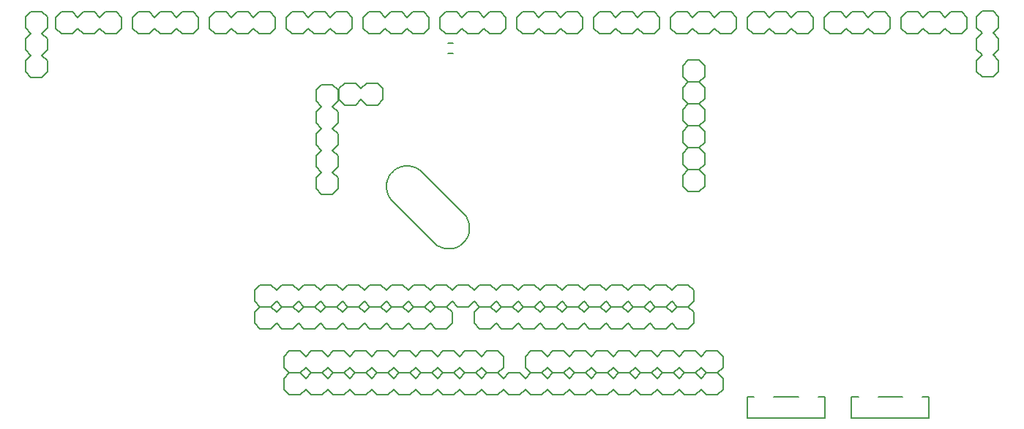
<source format=gbo>
G75*
G70*
%OFA0B0*%
%FSLAX24Y24*%
%IPPOS*%
%LPD*%
%AMOC8*
5,1,8,0,0,1.08239X$1,22.5*
%
%ADD10C,0.0060*%
%ADD11C,0.0050*%
%ADD12C,0.0080*%
D10*
X032340Y024493D02*
X032576Y024493D01*
X032576Y024966D02*
X032340Y024966D01*
D11*
X031137Y019118D02*
X033058Y017198D01*
X033058Y017197D02*
X033100Y017153D01*
X033138Y017106D01*
X033174Y017057D01*
X033206Y017006D01*
X033235Y016953D01*
X033260Y016898D01*
X033282Y016841D01*
X033300Y016783D01*
X033315Y016724D01*
X033325Y016665D01*
X033332Y016605D01*
X033335Y016544D01*
X033334Y016484D01*
X033329Y016423D01*
X033320Y016363D01*
X033308Y016304D01*
X033292Y016246D01*
X033272Y016188D01*
X033248Y016133D01*
X033221Y016079D01*
X033190Y016026D01*
X033156Y015976D01*
X033119Y015928D01*
X033079Y015883D01*
X033036Y015840D01*
X032991Y015800D01*
X032943Y015763D01*
X032893Y015729D01*
X032840Y015698D01*
X032786Y015671D01*
X032731Y015647D01*
X032673Y015627D01*
X032615Y015611D01*
X032556Y015599D01*
X032496Y015590D01*
X032435Y015585D01*
X032375Y015584D01*
X032314Y015587D01*
X032254Y015594D01*
X032195Y015604D01*
X032136Y015619D01*
X032078Y015637D01*
X032021Y015659D01*
X031966Y015684D01*
X031913Y015713D01*
X031862Y015745D01*
X031813Y015781D01*
X031766Y015819D01*
X031722Y015861D01*
X029829Y017754D01*
X029787Y017798D01*
X029749Y017845D01*
X029713Y017894D01*
X029681Y017945D01*
X029652Y017998D01*
X029627Y018053D01*
X029605Y018110D01*
X029587Y018168D01*
X029572Y018227D01*
X029562Y018286D01*
X029555Y018346D01*
X029552Y018407D01*
X029553Y018467D01*
X029558Y018528D01*
X029567Y018588D01*
X029579Y018647D01*
X029595Y018705D01*
X029615Y018763D01*
X029639Y018818D01*
X029666Y018872D01*
X029697Y018925D01*
X029731Y018975D01*
X029768Y019023D01*
X029808Y019068D01*
X029851Y019111D01*
X029896Y019151D01*
X029944Y019188D01*
X029994Y019222D01*
X030047Y019253D01*
X030101Y019280D01*
X030156Y019304D01*
X030214Y019324D01*
X030272Y019340D01*
X030331Y019352D01*
X030391Y019361D01*
X030452Y019366D01*
X030512Y019367D01*
X030573Y019364D01*
X030633Y019357D01*
X030692Y019347D01*
X030751Y019332D01*
X030809Y019314D01*
X030866Y019292D01*
X030921Y019267D01*
X030974Y019238D01*
X031025Y019206D01*
X031074Y019170D01*
X031121Y019132D01*
X031165Y019090D01*
X045982Y008841D02*
X046297Y008841D01*
X045982Y008841D02*
X045982Y007857D01*
X049525Y007857D01*
X049525Y008841D01*
X049210Y008841D01*
X048305Y008841D02*
X047202Y008841D01*
X050724Y008841D02*
X050724Y007857D01*
X054268Y007857D01*
X054268Y008841D01*
X053953Y008841D01*
X053047Y008841D02*
X051945Y008841D01*
X051039Y008841D02*
X050724Y008841D01*
D12*
X023789Y011940D02*
X023539Y012190D01*
X023539Y012690D01*
X023789Y012940D01*
X024289Y012940D01*
X024539Y012690D01*
X024789Y012940D01*
X025289Y012940D01*
X025539Y012690D01*
X025789Y012940D01*
X026289Y012940D01*
X026539Y012690D01*
X026789Y012940D01*
X027289Y012940D01*
X027539Y012690D01*
X027789Y012940D01*
X028289Y012940D01*
X028539Y012690D01*
X028789Y012940D01*
X029289Y012940D01*
X029539Y012690D01*
X029789Y012940D01*
X030289Y012940D01*
X030539Y012690D01*
X030789Y012940D01*
X031289Y012940D01*
X031539Y012690D01*
X031789Y012940D01*
X032289Y012940D01*
X032539Y012690D01*
X032539Y012190D01*
X032289Y011940D01*
X031789Y011940D01*
X031539Y012190D01*
X031289Y011940D01*
X030789Y011940D01*
X030539Y012190D01*
X030289Y011940D01*
X029789Y011940D01*
X029539Y012190D01*
X029289Y011940D01*
X028789Y011940D01*
X028539Y012190D01*
X028289Y011940D01*
X027789Y011940D01*
X027539Y012190D01*
X027289Y011940D01*
X026789Y011940D01*
X026539Y012190D01*
X026289Y011940D01*
X025789Y011940D01*
X025539Y012190D01*
X025289Y011940D01*
X024789Y011940D01*
X024539Y012190D01*
X024289Y011940D01*
X023789Y011940D01*
X023789Y012940D02*
X023539Y013190D01*
X023539Y013690D01*
X023789Y013940D01*
X024289Y013940D01*
X024539Y013690D01*
X024789Y013940D01*
X025289Y013940D01*
X025539Y013690D01*
X025789Y013940D01*
X026289Y013940D01*
X026539Y013690D01*
X026789Y013940D01*
X027289Y013940D01*
X027539Y013690D01*
X027789Y013940D01*
X028289Y013940D01*
X028539Y013690D01*
X028789Y013940D01*
X029289Y013940D01*
X029539Y013690D01*
X029789Y013940D01*
X030289Y013940D01*
X030539Y013690D01*
X030789Y013940D01*
X031289Y013940D01*
X031539Y013690D01*
X031789Y013940D01*
X032289Y013940D01*
X032539Y013690D01*
X032789Y013940D01*
X033289Y013940D01*
X033539Y013690D01*
X033789Y013940D01*
X034289Y013940D01*
X034539Y013690D01*
X034789Y013940D01*
X035289Y013940D01*
X035539Y013690D01*
X035789Y013940D01*
X036289Y013940D01*
X036539Y013690D01*
X036789Y013940D01*
X037289Y013940D01*
X037539Y013690D01*
X037789Y013940D01*
X038289Y013940D01*
X038539Y013690D01*
X038789Y013940D01*
X039289Y013940D01*
X039539Y013690D01*
X039789Y013940D01*
X040289Y013940D01*
X040539Y013690D01*
X040789Y013940D01*
X041289Y013940D01*
X041539Y013690D01*
X041789Y013940D01*
X042289Y013940D01*
X042539Y013690D01*
X042789Y013940D01*
X043289Y013940D01*
X043539Y013690D01*
X043539Y013190D01*
X043289Y012940D01*
X043539Y012690D01*
X043539Y012190D01*
X043289Y011940D01*
X042789Y011940D01*
X042539Y012190D01*
X042289Y011940D01*
X041789Y011940D01*
X041539Y012190D01*
X041289Y011940D01*
X040789Y011940D01*
X040539Y012190D01*
X040289Y011940D01*
X039789Y011940D01*
X039539Y012190D01*
X039289Y011940D01*
X038789Y011940D01*
X038539Y012190D01*
X038289Y011940D01*
X037789Y011940D01*
X037539Y012190D01*
X037289Y011940D01*
X036789Y011940D01*
X036539Y012190D01*
X036289Y011940D01*
X035789Y011940D01*
X035539Y012190D01*
X035289Y011940D01*
X034789Y011940D01*
X034539Y012190D01*
X034289Y011940D01*
X033789Y011940D01*
X033539Y012190D01*
X033539Y012690D01*
X033789Y012940D01*
X034289Y012940D01*
X034539Y012690D01*
X034789Y012940D01*
X035289Y012940D01*
X035539Y012690D01*
X035789Y012940D01*
X036289Y012940D01*
X036539Y012690D01*
X036789Y012940D01*
X037289Y012940D01*
X037539Y012690D01*
X037789Y012940D01*
X038289Y012940D01*
X038539Y012690D01*
X038789Y012940D01*
X039289Y012940D01*
X039539Y012690D01*
X039789Y012940D01*
X040289Y012940D01*
X040539Y012690D01*
X040789Y012940D01*
X041289Y012940D01*
X041539Y012690D01*
X041789Y012940D01*
X042289Y012940D01*
X042539Y012690D01*
X042789Y012940D01*
X043289Y012940D01*
X042789Y012940D02*
X042539Y013190D01*
X042289Y012940D01*
X041789Y012940D02*
X041539Y013190D01*
X041289Y012940D01*
X040789Y012940D02*
X040539Y013190D01*
X040289Y012940D01*
X039789Y012940D02*
X039539Y013190D01*
X039289Y012940D01*
X038789Y012940D02*
X038539Y013190D01*
X038289Y012940D01*
X037789Y012940D02*
X037539Y013190D01*
X037289Y012940D01*
X036789Y012940D02*
X036539Y013190D01*
X036289Y012940D01*
X035789Y012940D02*
X035539Y013190D01*
X035289Y012940D01*
X034789Y012940D02*
X034539Y013190D01*
X034289Y012940D01*
X033789Y012940D02*
X033539Y013190D01*
X033289Y012940D01*
X032789Y012940D01*
X032539Y013190D01*
X032289Y012940D01*
X031789Y012940D02*
X031539Y013190D01*
X031289Y012940D01*
X030789Y012940D02*
X030539Y013190D01*
X030289Y012940D01*
X029789Y012940D02*
X029539Y013190D01*
X029289Y012940D01*
X028789Y012940D02*
X028539Y013190D01*
X028289Y012940D01*
X027789Y012940D02*
X027539Y013190D01*
X027289Y012940D01*
X026789Y012940D02*
X026539Y013190D01*
X026289Y012940D01*
X025789Y012940D02*
X025539Y013190D01*
X025289Y012940D01*
X024789Y012940D02*
X024539Y013190D01*
X024289Y012940D01*
X025127Y010930D02*
X025627Y010930D01*
X025877Y010680D01*
X026127Y010930D01*
X026627Y010930D01*
X026877Y010680D01*
X027127Y010930D01*
X027627Y010930D01*
X027877Y010680D01*
X028127Y010930D01*
X028627Y010930D01*
X028877Y010680D01*
X029127Y010930D01*
X029627Y010930D01*
X029877Y010680D01*
X030127Y010930D01*
X030627Y010930D01*
X030877Y010680D01*
X031127Y010930D01*
X031627Y010930D01*
X031877Y010680D01*
X032127Y010930D01*
X032627Y010930D01*
X032877Y010680D01*
X033127Y010930D01*
X033627Y010930D01*
X033877Y010680D01*
X034127Y010930D01*
X034627Y010930D01*
X034877Y010680D01*
X034877Y010180D01*
X034627Y009930D01*
X034127Y009930D01*
X033877Y010180D01*
X033627Y009930D01*
X033127Y009930D01*
X032877Y010180D01*
X032627Y009930D01*
X032127Y009930D01*
X031877Y010180D01*
X031627Y009930D01*
X031127Y009930D01*
X030877Y010180D01*
X030627Y009930D01*
X030127Y009930D01*
X029877Y010180D01*
X029627Y009930D01*
X029127Y009930D01*
X028877Y010180D01*
X028627Y009930D01*
X028127Y009930D01*
X027877Y010180D01*
X027627Y009930D01*
X027127Y009930D01*
X026877Y010180D01*
X026627Y009930D01*
X026127Y009930D01*
X025877Y010180D01*
X025627Y009930D01*
X025127Y009930D01*
X024877Y010180D01*
X024877Y010680D01*
X025127Y010930D01*
X025127Y009930D02*
X024877Y009680D01*
X024877Y009180D01*
X025127Y008930D01*
X025627Y008930D01*
X025877Y009180D01*
X026127Y008930D01*
X026627Y008930D01*
X026877Y009180D01*
X027127Y008930D01*
X027627Y008930D01*
X027877Y009180D01*
X028127Y008930D01*
X028627Y008930D01*
X028877Y009180D01*
X029127Y008930D01*
X029627Y008930D01*
X029877Y009180D01*
X030127Y008930D01*
X030627Y008930D01*
X030877Y009180D01*
X031127Y008930D01*
X031627Y008930D01*
X031877Y009180D01*
X032127Y008930D01*
X032627Y008930D01*
X032877Y009180D01*
X033127Y008930D01*
X033627Y008930D01*
X033877Y009180D01*
X034127Y008930D01*
X034627Y008930D01*
X034877Y009180D01*
X035127Y008930D01*
X035627Y008930D01*
X035877Y009180D01*
X036127Y008930D01*
X036627Y008930D01*
X036877Y009180D01*
X037127Y008930D01*
X037627Y008930D01*
X037877Y009180D01*
X038127Y008930D01*
X038627Y008930D01*
X038877Y009180D01*
X039127Y008930D01*
X039627Y008930D01*
X039877Y009180D01*
X040127Y008930D01*
X040627Y008930D01*
X040877Y009180D01*
X041127Y008930D01*
X041627Y008930D01*
X041877Y009180D01*
X042127Y008930D01*
X042627Y008930D01*
X042877Y009180D01*
X043127Y008930D01*
X043627Y008930D01*
X043877Y009180D01*
X044127Y008930D01*
X044627Y008930D01*
X044877Y009180D01*
X044877Y009680D01*
X044627Y009930D01*
X044877Y010180D01*
X044877Y010680D01*
X044627Y010930D01*
X044127Y010930D01*
X043877Y010680D01*
X043627Y010930D01*
X043127Y010930D01*
X042877Y010680D01*
X042627Y010930D01*
X042127Y010930D01*
X041877Y010680D01*
X041627Y010930D01*
X041127Y010930D01*
X040877Y010680D01*
X040627Y010930D01*
X040127Y010930D01*
X039877Y010680D01*
X039627Y010930D01*
X039127Y010930D01*
X038877Y010680D01*
X038627Y010930D01*
X038127Y010930D01*
X037877Y010680D01*
X037627Y010930D01*
X037127Y010930D01*
X036877Y010680D01*
X036627Y010930D01*
X036127Y010930D01*
X035877Y010680D01*
X035877Y010180D01*
X036127Y009930D01*
X036627Y009930D01*
X036877Y010180D01*
X037127Y009930D01*
X037627Y009930D01*
X037877Y010180D01*
X038127Y009930D01*
X038627Y009930D01*
X038877Y010180D01*
X039127Y009930D01*
X039627Y009930D01*
X039877Y010180D01*
X040127Y009930D01*
X040627Y009930D01*
X040877Y010180D01*
X041127Y009930D01*
X041627Y009930D01*
X041877Y010180D01*
X042127Y009930D01*
X042627Y009930D01*
X042877Y010180D01*
X043127Y009930D01*
X043627Y009930D01*
X043877Y010180D01*
X044127Y009930D01*
X044627Y009930D01*
X044127Y009930D02*
X043877Y009680D01*
X043627Y009930D01*
X043127Y009930D02*
X042877Y009680D01*
X042627Y009930D01*
X042127Y009930D02*
X041877Y009680D01*
X041627Y009930D01*
X041127Y009930D02*
X040877Y009680D01*
X040627Y009930D01*
X040127Y009930D02*
X039877Y009680D01*
X039627Y009930D01*
X039127Y009930D02*
X038877Y009680D01*
X038627Y009930D01*
X038127Y009930D02*
X037877Y009680D01*
X037627Y009930D01*
X037127Y009930D02*
X036877Y009680D01*
X036627Y009930D01*
X036127Y009930D02*
X035877Y009680D01*
X035627Y009930D01*
X035127Y009930D01*
X034877Y009680D01*
X034627Y009930D01*
X034127Y009930D02*
X033877Y009680D01*
X033627Y009930D01*
X033127Y009930D02*
X032877Y009680D01*
X032627Y009930D01*
X032127Y009930D02*
X031877Y009680D01*
X031627Y009930D01*
X031127Y009930D02*
X030877Y009680D01*
X030627Y009930D01*
X030127Y009930D02*
X029877Y009680D01*
X029627Y009930D01*
X029127Y009930D02*
X028877Y009680D01*
X028627Y009930D01*
X028127Y009930D02*
X027877Y009680D01*
X027627Y009930D01*
X027127Y009930D02*
X026877Y009680D01*
X026627Y009930D01*
X026127Y009930D02*
X025877Y009680D01*
X025627Y009930D01*
X026599Y018074D02*
X026349Y018324D01*
X026349Y018824D01*
X026599Y019074D01*
X026349Y019324D01*
X026349Y019824D01*
X026599Y020074D01*
X026349Y020324D01*
X026349Y020824D01*
X026599Y021074D01*
X026349Y021324D01*
X026349Y021824D01*
X026599Y022074D01*
X026349Y022324D01*
X026349Y022824D01*
X026599Y023074D01*
X027099Y023074D01*
X027349Y022824D01*
X027349Y022324D01*
X027099Y022074D01*
X027349Y021824D01*
X027349Y021324D01*
X027099Y021074D01*
X027349Y020824D01*
X027349Y020324D01*
X027099Y020074D01*
X027349Y019824D01*
X027349Y019324D01*
X027099Y019074D01*
X027349Y018824D01*
X027349Y018324D01*
X027099Y018074D01*
X026599Y018074D01*
X027641Y022140D02*
X027391Y022390D01*
X027391Y022890D01*
X027641Y023140D01*
X028141Y023140D01*
X028391Y022890D01*
X028641Y023140D01*
X029141Y023140D01*
X029391Y022890D01*
X029391Y022390D01*
X029141Y022140D01*
X028641Y022140D01*
X028391Y022390D01*
X028141Y022140D01*
X027641Y022140D01*
X027741Y025390D02*
X027241Y025390D01*
X026991Y025640D01*
X026741Y025390D01*
X026241Y025390D01*
X025991Y025640D01*
X025741Y025390D01*
X025241Y025390D01*
X024991Y025640D01*
X024991Y026140D01*
X025241Y026390D01*
X025741Y026390D01*
X025991Y026140D01*
X026241Y026390D01*
X026741Y026390D01*
X026991Y026140D01*
X027241Y026390D01*
X027741Y026390D01*
X027991Y026140D01*
X027991Y025640D01*
X027741Y025390D01*
X028491Y025640D02*
X028491Y026140D01*
X028741Y026390D01*
X029241Y026390D01*
X029491Y026140D01*
X029741Y026390D01*
X030241Y026390D01*
X030491Y026140D01*
X030741Y026390D01*
X031241Y026390D01*
X031491Y026140D01*
X031491Y025640D01*
X031241Y025390D01*
X030741Y025390D01*
X030491Y025640D01*
X030241Y025390D01*
X029741Y025390D01*
X029491Y025640D01*
X029241Y025390D01*
X028741Y025390D01*
X028491Y025640D01*
X031991Y025640D02*
X031991Y026140D01*
X032241Y026390D01*
X032741Y026390D01*
X032991Y026140D01*
X033241Y026390D01*
X033741Y026390D01*
X033991Y026140D01*
X034241Y026390D01*
X034741Y026390D01*
X034991Y026140D01*
X034991Y025640D01*
X034741Y025390D01*
X034241Y025390D01*
X033991Y025640D01*
X033741Y025390D01*
X033241Y025390D01*
X032991Y025640D01*
X032741Y025390D01*
X032241Y025390D01*
X031991Y025640D01*
X035491Y025640D02*
X035741Y025390D01*
X036241Y025390D01*
X036491Y025640D01*
X036741Y025390D01*
X037241Y025390D01*
X037491Y025640D01*
X037741Y025390D01*
X038241Y025390D01*
X038491Y025640D01*
X038491Y026140D01*
X038241Y026390D01*
X037741Y026390D01*
X037491Y026140D01*
X037241Y026390D01*
X036741Y026390D01*
X036491Y026140D01*
X036241Y026390D01*
X035741Y026390D01*
X035491Y026140D01*
X035491Y025640D01*
X038991Y025640D02*
X039241Y025390D01*
X039741Y025390D01*
X039991Y025640D01*
X040241Y025390D01*
X040741Y025390D01*
X040991Y025640D01*
X041241Y025390D01*
X041741Y025390D01*
X041991Y025640D01*
X041991Y026140D01*
X041741Y026390D01*
X041241Y026390D01*
X040991Y026140D01*
X040741Y026390D01*
X040241Y026390D01*
X039991Y026140D01*
X039741Y026390D01*
X039241Y026390D01*
X038991Y026140D01*
X038991Y025640D01*
X042491Y025640D02*
X042741Y025390D01*
X043241Y025390D01*
X043491Y025640D01*
X043741Y025390D01*
X044241Y025390D01*
X044491Y025640D01*
X044741Y025390D01*
X045241Y025390D01*
X045491Y025640D01*
X045491Y026140D01*
X045241Y026390D01*
X044741Y026390D01*
X044491Y026140D01*
X044241Y026390D01*
X043741Y026390D01*
X043491Y026140D01*
X043241Y026390D01*
X042741Y026390D01*
X042491Y026140D01*
X042491Y025640D01*
X043290Y024194D02*
X043790Y024194D01*
X044040Y023944D01*
X044040Y023444D01*
X043790Y023194D01*
X043290Y023194D01*
X043040Y022944D01*
X043040Y022444D01*
X043290Y022194D01*
X043790Y022194D01*
X044040Y022444D01*
X044040Y022944D01*
X043790Y023194D01*
X043290Y023194D02*
X043040Y023444D01*
X043040Y023944D01*
X043290Y024194D01*
X045991Y025640D02*
X045991Y026140D01*
X046241Y026390D01*
X046741Y026390D01*
X046991Y026140D01*
X047241Y026390D01*
X047741Y026390D01*
X047991Y026140D01*
X048241Y026390D01*
X048741Y026390D01*
X048991Y026140D01*
X048991Y025640D01*
X048741Y025390D01*
X048241Y025390D01*
X047991Y025640D01*
X047741Y025390D01*
X047241Y025390D01*
X046991Y025640D01*
X046741Y025390D01*
X046241Y025390D01*
X045991Y025640D01*
X049491Y025640D02*
X049741Y025390D01*
X050241Y025390D01*
X050491Y025640D01*
X050741Y025390D01*
X051241Y025390D01*
X051491Y025640D01*
X051741Y025390D01*
X052241Y025390D01*
X052491Y025640D01*
X052491Y026140D01*
X052241Y026390D01*
X051741Y026390D01*
X051491Y026140D01*
X051241Y026390D01*
X050741Y026390D01*
X050491Y026140D01*
X050241Y026390D01*
X049741Y026390D01*
X049491Y026140D01*
X049491Y025640D01*
X052991Y025640D02*
X053241Y025390D01*
X053741Y025390D01*
X053991Y025640D01*
X054241Y025390D01*
X054741Y025390D01*
X054991Y025640D01*
X055241Y025390D01*
X055741Y025390D01*
X055991Y025640D01*
X055991Y026140D01*
X055741Y026390D01*
X055241Y026390D01*
X054991Y026140D01*
X054741Y026390D01*
X054241Y026390D01*
X053991Y026140D01*
X053741Y026390D01*
X053241Y026390D01*
X052991Y026140D01*
X052991Y025640D01*
X056434Y025679D02*
X056684Y025429D01*
X056434Y025179D01*
X056434Y024679D01*
X056684Y024429D01*
X056434Y024179D01*
X056434Y023679D01*
X056684Y023429D01*
X057184Y023429D01*
X057434Y023679D01*
X057434Y024179D01*
X057184Y024429D01*
X057434Y024679D01*
X057434Y025179D01*
X057184Y025429D01*
X057434Y025679D01*
X057434Y026179D01*
X057184Y026429D01*
X056684Y026429D01*
X056434Y026179D01*
X056434Y025679D01*
X044040Y021944D02*
X044040Y021444D01*
X043790Y021194D01*
X043290Y021194D01*
X043040Y020944D01*
X043040Y020444D01*
X043290Y020194D01*
X043790Y020194D01*
X044040Y020444D01*
X044040Y020944D01*
X043790Y021194D01*
X043290Y021194D02*
X043040Y021444D01*
X043040Y021944D01*
X043290Y022194D01*
X043790Y022194D02*
X044040Y021944D01*
X043790Y020194D02*
X044040Y019944D01*
X044040Y019444D01*
X043790Y019194D01*
X043290Y019194D01*
X043040Y018944D01*
X043040Y018444D01*
X043290Y018194D01*
X043790Y018194D01*
X044040Y018444D01*
X044040Y018944D01*
X043790Y019194D01*
X043290Y019194D02*
X043040Y019444D01*
X043040Y019944D01*
X043290Y020194D01*
X024491Y025640D02*
X024241Y025390D01*
X023741Y025390D01*
X023491Y025640D01*
X023241Y025390D01*
X022741Y025390D01*
X022491Y025640D01*
X022241Y025390D01*
X021741Y025390D01*
X021491Y025640D01*
X021491Y026140D01*
X021741Y026390D01*
X022241Y026390D01*
X022491Y026140D01*
X022741Y026390D01*
X023241Y026390D01*
X023491Y026140D01*
X023741Y026390D01*
X024241Y026390D01*
X024491Y026140D01*
X024491Y025640D01*
X020991Y025640D02*
X020741Y025390D01*
X020241Y025390D01*
X019991Y025640D01*
X019741Y025390D01*
X019241Y025390D01*
X018991Y025640D01*
X018741Y025390D01*
X018241Y025390D01*
X017991Y025640D01*
X017991Y026140D01*
X018241Y026390D01*
X018741Y026390D01*
X018991Y026140D01*
X019241Y026390D01*
X019741Y026390D01*
X019991Y026140D01*
X020241Y026390D01*
X020741Y026390D01*
X020991Y026140D01*
X020991Y025640D01*
X017491Y025640D02*
X017241Y025390D01*
X016741Y025390D01*
X016491Y025640D01*
X016241Y025390D01*
X015741Y025390D01*
X015491Y025640D01*
X015241Y025390D01*
X014741Y025390D01*
X014491Y025640D01*
X014491Y026140D01*
X014741Y026390D01*
X015241Y026390D01*
X015491Y026140D01*
X015741Y026390D01*
X016241Y026390D01*
X016491Y026140D01*
X016741Y026390D01*
X017241Y026390D01*
X017491Y026140D01*
X017491Y025640D01*
X014105Y025661D02*
X014105Y026161D01*
X013855Y026411D01*
X013355Y026411D01*
X013105Y026161D01*
X013105Y025661D01*
X013355Y025411D01*
X013105Y025161D01*
X013105Y024661D01*
X013355Y024411D01*
X013105Y024161D01*
X013105Y023661D01*
X013355Y023411D01*
X013855Y023411D01*
X014105Y023661D01*
X014105Y024161D01*
X013855Y024411D01*
X014105Y024661D01*
X014105Y025161D01*
X013855Y025411D01*
X014105Y025661D01*
M02*

</source>
